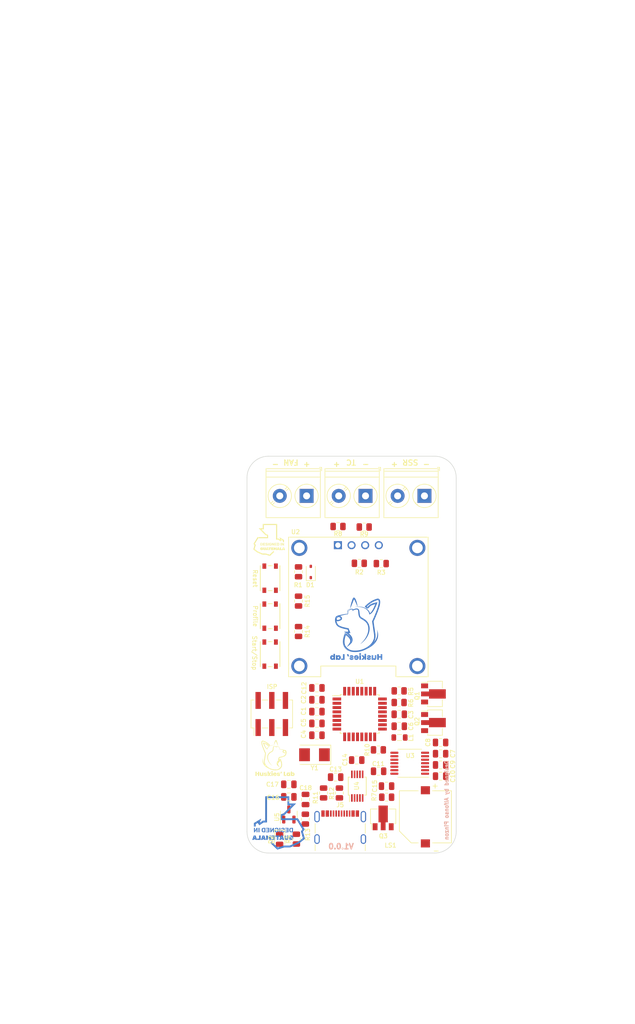
<source format=kicad_pcb>
(kicad_pcb (version 20221018) (generator pcbnew)
  (layers (0 "F.Cu" signal) (31 "B.Cu" power) (34 "B.Paste" user) (35 "F.Paste" user) (36 "B.SilkS" user "B.Silkscreen") (37 "F.SilkS" user "F.Silkscreen") (38 "B.Mask" user) (39 "F.Mask" user) (44 "Edge.Cuts" user))
  (net 0 "")
  (net 1 "+3.3V")
  (net 2 "/RST")
  (net 3 "/D12")
  (net 4 "/D13")
  (net 5 "/D11")
  (net 6 "GND")
  (net 7 "/D3")
  (net 8 "/D4")
  (net 9 "/XTAL1")
  (net 10 "/XTAL2")
  (net 11 "/D5")
  (net 12 "/D6")
  (net 13 "/D7")
  (net 14 "/D8")
  (net 15 "/D9")
  (net 16 "/D10")
  (net 17 "Net-(U1-AVCC)")
  (net 18 "/A6")
  (net 19 "Net-(U1-AREF)")
  (net 20 "/A7")
  (net 21 "/A0")
  (net 22 "/A1")
  (net 23 "/A2")
  (net 24 "/A3")
  (net 25 "/SDA")
  (net 26 "/SCL")
  (net 27 "/D0")
  (net 28 "/D1")
  (net 29 "/D2")
  (net 30 "Net-(U3-T+)")
  (net 31 "Net-(U3-T-)")
  (net 32 "Net-(U4-V3)")
  (net 33 "Net-(U4-~{RTS})")
  (net 34 "+5V")
  (net 35 "Net-(D2-A)")
  (net 36 "Net-(J2-Pin_2)")
  (net 37 "/TC-")
  (net 38 "/TC+")
  (net 39 "Net-(J4-Pin_2)")
  (net 40 "Net-(J5-CC1)")
  (net 41 "/D+")
  (net 42 "/D-")
  (net 44 "Net-(J5-CC2)")
  (net 46 "Net-(J5-SHIELD)")
  (net 47 "Net-(Q1-B)")
  (net 48 "Net-(Q2-B)")
  (net 49 "Net-(Q3-B)")
  (net 50 "Net-(Q3-C)")
  (footprint "Resistor_SMD:R_0805_2012Metric" (layer "F.Cu") (at 155.4173 112.7722)
    (fp_text reference "R6")
    (fp_text value "53K5")
  )
  (footprint "Resistor_SMD:R_0805_2012Metric" (layer "F.Cu") (at 144.0288 79.9926)
    (fp_text reference "R8")
    (fp_text value "100R")
  )
  (footprint "TerminalBlock_Phoenix:TerminalBlock_Phoenix_PT-1,5-2-5.0-H_1x02_P5.00mm_Horizontal" (layer "F.Cu") (at 160.1356 74.295 180)
    (fp_text reference "SRR" hide)
    (fp_text value "SSR_Output")
  )
  (footprint "Capacitor_SMD:C_0805_2012Metric" (layer "F.Cu") (at 140.0957 110.0582)
    (fp_text reference "C12")
    (fp_text value "10nF")
  )
  (footprint "Resistor_SMD:R_0805_2012Metric" (layer "F.Cu") (at 141.3403 129.6162 90)
    (fp_text reference "R11")
    (fp_text value "5.11K")
  )
  (footprint "Resistor_SMD:R_0805_2012Metric" (layer "F.Cu") (at 147.9951 86.8506 180)
    (fp_text reference "R2")
    (fp_text value "2.2K")
  )
  (footprint "Resistor_SMD:R_0805_2012Metric" (layer "F.Cu") (at 136.2705 138.2114 90)
    (fp_text reference "R4")
    (fp_text value "2.2K")
  )
  (footprint "SPST_Button_SMD:SW4_PTS815 SJM 250 SMTR LFS_CNK" (layer "F.Cu") (at 131.375301 103.761599 90)
    (fp_text reference "Start/Stop")
    (fp_text value "Start/Stop")
  )
  (footprint "Symbol:Logo_F" (layer "F.Cu") (at 131.990269 122.575824)
    (fp_text reference "REF**" hide)
    (fp_text value "Logo_F" hide)
  )
  (footprint "Capacitor_SMD:C_0805_2012Metric" (layer "F.Cu") (at 155.4373 114.9689 180)
    (fp_text reference "C3")
    (fp_text value "100nF")
  )
  (footprint "Resistor_SMD:R_0805_2012Metric" (layer "F.Cu") (at 152.0864 86.9014 180)
    (fp_text reference "R3")
    (fp_text value "2.2K")
  )
  (footprint "Capacitor_SMD:C_0805_2012Metric" (layer "F.Cu") (at 140.0957 112.26165)
    (fp_text reference "C2")
    (fp_text value "100nF")
  )
  (footprint "Package_TO_SOT_SMD:SOT-89-3" (layer "F.Cu") (at 162.1127 111.1758)
    (fp_text reference "Q1")
    (fp_text value "2N3904")
  )
  (footprint "Crystal:Crystal_SMD_5032-2Pin_5.0x3.2mm" (layer "F.Cu") (at 139.6385 122.5042 180)
    (fp_text reference "Y1")
    (fp_text value "8Mhz")
  )
  (footprint "Inductor_SMD:L_0805_2012Metric" (layer "F.Cu") (at 155.4873 119.2923 180)
    (fp_text reference "L1")
    (fp_text value "L")
  )
  (footprint "Capacitor_SMD:C_0805_2012Metric" (layer "F.Cu") (at 151.5917 125.5776)
    (fp_text reference "C11")
    (fp_text value "100nF")
  )
  (footprint "Resistor_SMD:R_0805_2012Metric" (layer "F.Cu") (at 137.9423 134.4884 -90)
    (fp_text reference "R13")
    (fp_text value "1M")
  )
  (footprint "Package_TO_SOT_SMD:SOT-89-3" (layer "F.Cu") (at 152.4401 133.9596 90)
    (fp_text reference "Q3")
    (fp_text value "2N3904")
  )
  (footprint "Resistor_SMD:R_0805_2012Metric" (layer "F.Cu") (at 136.6686 93.8864 -90)
    (fp_text reference "R15")
    (fp_text value "2.2K")
  )
  (footprint "Capacitor_SMD:C_0805_2012Metric" (layer "F.Cu") (at 147.5125 123.4948)
    (fp_text reference "C14")
    (fp_text value "100nF")
  )
  (footprint "Package_QFP:TQFP-32_7x7mm_P0.8mm" (layer "F.Cu") (at 148.0631 114.916)
    (fp_text reference "U1")
    (fp_text value "ATmega328-M")
  )
  (footprint "TerminalBlock_Phoenix:TerminalBlock_Phoenix_PT-1,5-2-5.0-H_1x02_P5.00mm_Horizontal" (layer "F.Cu") (at 138.1722 74.295 180)
    (fp_text reference "Fan" hide)
    (fp_text value "Fan_output")
  )
  (footprint "Connector_PinHeader_2.54mm:PinHeader_2x03_P2.54mm_Vertical_SMD" (layer "F.Cu") (at 131.6883 114.9096 90)
    (fp_text reference "ISP")
    (fp_text value "ISP")
  )
  (footprint "Capacitor_SMD:C_0805_2012Metric" (layer "F.Cu") (at 134.8633 128.0114)
    (fp_text reference "C17")
    (fp_text value "10 uF 16V")
  )
  (footprint "Resistor_SMD:R_0805_2012Metric" (layer "F.Cu") (at 136.6686 99.5506 -90)
    (fp_text reference "R14")
    (fp_text value "2.2K")
  )
  (footprint "Connector_USB:USB_C_Receptacle_GCT_USB4105-xx-A_16P_TopMnt_Horizontal" (layer "F.Cu") (at 144.4371 137.1264)
    (fp_text reference "J5")
    (fp_text value "USB_C_Receptacle_USB2.0")
  )
  (footprint "SPST_Button_SMD:SW4_PTS815 SJM 250 SMTR LFS_CNK" (layer "F.Cu") (at 131.375301 89.621799 90)
    (fp_text reference "Reset")
    (fp_text value "RST_Button")
  )
  (footprint "Capacitor_SMD:C_0805_2012Metric" (layer "F.Cu") (at 140.0957 114.4651 180)
    (fp_text reference "C1")
    (fp_text value "100nF")
  )
  (footprint "Resistor_SMD:R_0805_2012Metric" (layer "F.Cu") (at 153.0951 130.4036 180)
    (fp_text reference "R7")
    (fp_text value "27K")
  )
  (footprint "Resistor_SMD:R_0805_2012Metric" (layer "F.Cu") (at 155.4173 110.6055)
    (fp_text reference "R5")
    (fp_text value "53K5")
  )
  (footprint "Package_TO_SOT_SMD:SOT-23" (layer "F.Cu") (at 134.8633 133.6271 90)
    (fp_text reference "U5")
    (fp_text value "MCP1700x-330xxTT")
  )
  (footprint "Capacitor_SMD:C_0805_2012Metric" (layer "F.Cu") (at 143.5857 126.6698)
    (fp_text reference "C13")
    (fp_text value "100nF")
  )
  (footprint "Resistor_SMD:R_0805_2012Metric" (layer "F.Cu") (at 136.6686 88.4326 -90)
    (fp_text reference "R1")
    (fp_text value "10K")
  )
  (footprint "Package_SO:TSSOP-14_4.4x5mm_P0.65mm" (layer "F.Cu") (at 157.3931 124.079 180)
    (fp_text reference "U3")
    (fp_text value "MAX31856")
  )
  (footprint "Capacitor_SMD:C_0805_2012Metric" (layer "F.Cu") (at 163.1437 126.488575)
    (fp_text reference "C10")
    (fp_text value "100nF")
  )
  (footprint "Capacitor_SMD:C_0805_2012Metric" (layer "F.Cu") (at 163.1437 122.308325 180)
    (fp_text reference "C7")
    (fp_text value "10nF")
  )
  (footprint "Capacitor_SMD:C_0805_2012Metric" (layer "F.Cu") (at 163.1437 120.2182)
    (fp_text reference "C8")
    (fp_text value "100nF")
  )
  (footprint "Package_SO:MSOP-10_3x3mm_P0.5mm" (layer "F.Cu") (at 147.6141 128.3462 90)
    (fp_text reference "U4")
    (fp_text value "CH340E")
  )
  (footprint "LOGO" (layer "F.Cu") (at 131.2418 82.4992)
    (fp_text reference "G***" hide)
    (fp_text value "LOGO" hide)
  )
  (footprint "LogoCopper:LogoHlCooper" (layer "F.Cu") (at 147.8534 98.298)
    (fp_text reference "REF**" hide)
    (fp_text value "LogoHlCooper" hide)
  )
  (footprint "Resistor_SMD:R_0805_2012Metric" (layer "F.Cu") (at 144.2903 129.6162 90)
    (fp_text reference "R12")
    (fp_text value "5.11K")
  )
  (footprint "Capacitor_SMD:C_0805_2012Metric" (layer "F.Cu") (at 140.0957 118.872 180)
    (fp_text reference "C4")
    (fp_text value "10pF")
  )
  (footprint "Capacitor_SMD:C_0805_2012Metric" (layer "F.Cu") (at 140.0957 116.66855 180)
    (fp_text reference "C5")
    (fp_text value "10pF")
  )
  (footprint "Capacitor_SMD:C_0805_2012Metric" (layer "F.Cu") (at 163.1437 124.39845)
    (fp_text reference "C9")
    (fp_text value "10nF")
  )
  (footprint "Resistor_SMD:R_0805_2012Metric" (layer "F.Cu") (at 148.9075 80.0942)
    (fp_text reference "R9")
    (fp_text value "100R")
  )
  (footprint "Buzzer_SMD:CUI_CMI-9705-0580-SMT-TR" (layer "F.Cu") (at 160.3141 134.0612)
    (fp_text reference "LS1")
    (fp_text value "Buzzer")
  )
  (footprint "LED_SMD:LED_0805_2012Metric" (layer "F.Cu") (at 133.1468 138.2268 -90)
    (fp_text reference "D2")
    (fp_text value "LED")
  )
  (footprint "Resistor_SMD:R_0805_2012Metric" (layer "F.Cu") (at 151.553 121.5898 180)
    (fp_text reference "R10")
    (fp_text value "10K")
  )
  (footprint "TerminalBlock_Phoenix:TerminalBlock_Phoenix_PT-1,5-2-5.0-H_1x02_P5.00mm_Horizontal" (layer "F.Cu") (at 149.1539 74.295 180)
    (fp_text reference "TC" hide)
    (fp_text value "Thermocouple")
  )
  (footprint "Diode_SMD:D_SOD-323" (layer "F.Cu") (at 138.9546 88.4676 90)
    (fp_text reference "D1")
    (fp_text value "1N4148WS")
  )
  (footprint "Capacitor_SMD:C_0805_2012Metric" (layer "F.Cu") (at 137.9723 130.8308 -90)
    (fp_text reference "C18")
    (fp_text value "10 uF 16V")
  )
  (footprint "Capacitor_SMD:C_0805_2012Metric" (layer "F.Cu") (at 155.4373 117.1956 180)
    (fp_text reference "C6")
    (fp_text value "100nF")
  )
  (footprint "Capacitor_SMD:C_0805_2012Metric" (layer "F.Cu") (at 153.0751 128.3462)
    (fp_text reference "C15")
    (fp_text value "100nF")
  )
  (footprint "Oled_096:MODULE_DM-OLED096-636" (layer "F.Cu") (at 147.8192 94.9786)
    (fp_text reference "U2")
    (fp_text value "DM-OLED096-636")
  )
  (footprint "LOGO" (layer "F.Cu") (at 133.6802 135.2042)
    (fp_text reference "G***" hide)
    (fp_text value "LOGO" hide)
  )
  (footprint "SPST_Button_SMD:SW4_PTS815 SJM 250 SMTR LFS_CNK" (layer "F.Cu") (at 131.375301 96.691699 90)
    (fp_text reference "Profile")
    (fp_text value "Perfil")
  )
  (footprint "Capacitor_SMD:C_0805_2012Metric" (layer "F.Cu") (at 134.8633 130.34925)
    (fp_text reference "C16")
    (fp_text value "100nF")
  )
  (footprint "Package_TO_SOT_SMD:SOT-89-3" (layer "F.Cu") (at 162.1127 116.5112)
    (fp_text reference "Q2")
    (fp_text value "2N3904")
  )
  (gr_line (start 162.0545 140.7988) (end 131.0655 140.7988) (stroke (width 0.1)) (layer "Edge.Cuts"))
  (gr_line (start 127.0655 136.7988) (end 127.0655 70.9102) (stroke (width 0.1)) (layer "Edge.Cuts"))
  (gr_line (start 131.0655 66.9102) (end 162.0545 66.9102) (stroke (width 0.1)) (layer "Edge.Cuts"))
  (gr_arc (start 162.0545 66.9102) (mid 164.882927 68.081773) (end 166.0545 70.9102) (stroke (width 0.1)) (layer "Edge.Cuts"))
  (gr_arc (start 166.0545 136.7988) (mid 164.882927 139.627227) (end 162.0545 140.7988) (stroke (width 0.1)) (layer "Edge.Cuts"))
  (gr_arc (start 131.0655 140.7988) (mid 128.237073 139.627227) (end 127.0655 136.7988) (stroke (width 0.1)) (layer "Edge.Cuts"))
  (gr_line (start 166.0545 70.9102) (end 166.0545 136.7988) (stroke (width 0.1)) (layer "Edge.Cuts"))
  (gr_arc (start 127.0655 70.9102) (mid 128.237073 68.081773) (end 131.0655 66.9102) (stroke (width 0.1)) (layer "Edge.Cuts"))
  (gr_text "Designed by Alfonso Pinzon" (at 164.6682 123.444 90) (layer "B.SilkS") (effects (font (size 0.7 0.7) (thickness 0.175) bold) (justify left bottom mirror)))
  (gr_text "V1.0.0" (at 147.0914 140.1572) (layer "B.SilkS") (effects (font (size 1 1) (thickness 0.25) bold) (justify left bottom mirror)))
  (gr_text "TC" (at 147.4559 67.4624 180) (layer "F.SilkS") (effects (font (size 1 1) (thickness 0.2) bold) (justify left bottom)))
  (gr_text "FAN" (at 136.7625 67.4624 180) (layer "F.SilkS") (effects (font (size 1 1) (thickness 0.2) bold) (justify left bottom)))
  (gr_text "+" (at 153.7805 68.9624) (layer "F.SilkS") (effects (font (size 1 1) (thickness 0.2) bold) (justify left bottom)))
  (gr_text "+" (at 143.0109 68.9624) (layer "F.SilkS") (effects (font (size 1 1) (thickness 0.2) bold) (justify left bottom)))
  (gr_text "SSR" (at 159.0891 67.4624 180) (layer "F.SilkS") (effects (font (size 1 1) (thickness 0.2) bold) (justify left bottom)))
  (gr_text "+" (at 137.4483 68.9624) (layer "F.SilkS") (effects (font (size 1 1) (thickness 0.2) bold) (justify left bottom)))
  (gr_text "-" (at 131.6063 68.9624) (layer "F.SilkS") (effects (font (size 1 1) (thickness 0.2) bold) (justify left bottom)))
  (gr_text "-" (at 159.7495 68.9624) (layer "F.SilkS") (effects (font (size 1 1) (thickness 0.2) bold) (justify left bottom)))
  (gr_text "-" (at 148.4465 68.9624) (layer "F.SilkS") (effects (font (size 1 1) (thickness 0.2) bold) (justify left bottom)))
  (segment (start 136.2555 139.1089) (end 136.2705 139.1239) (width 0.25) (layer "F.Cu") (net 35))
)
</source>
